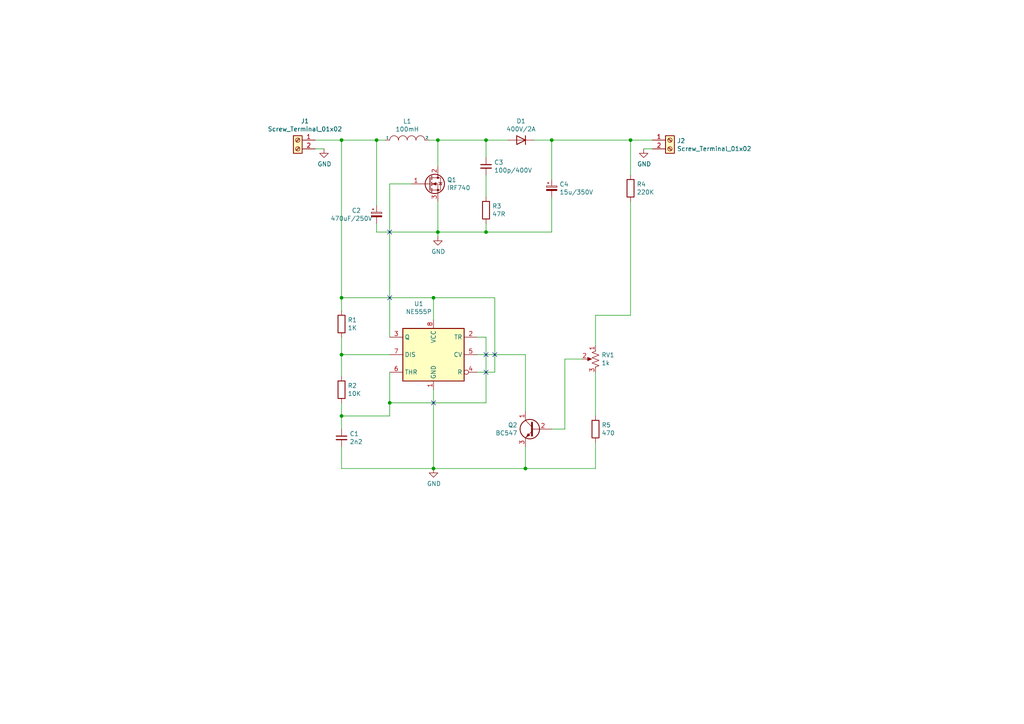
<source format=kicad_sch>
(kicad_sch (version 20211123) (generator eeschema)
  (paper "A4")
  (lib_symbols
    (symbol "Connector:Screw_Terminal_01x02" (pin_names (offset 1.016) hide)
      (property "Reference" "J" (at 0 2.54 0))
      (property "Value" "Screw_Terminal_01x02" (at 0 -5.08 0))
      (symbol "Screw_Terminal_01x02_1_1"
        (rectangle (start -1.27 1.27) (end 1.27 -3.81) (stroke (width 0.254)) (fill (type background)))
        (circle (center 0 -2.54) (radius 0.635) (stroke (width 0.1524)))
        (polyline (pts (xy -0.5334 -2.2098) (xy 0.3302 -3.048)) (stroke (width 0.1524)))
        (polyline (pts (xy -0.5334 0.3302) (xy 0.3302 -0.508)) (stroke (width 0.1524)))
        (polyline (pts (xy -0.3556 -2.032) (xy 0.508 -2.8702)) (stroke (width 0.1524)))
        (polyline (pts (xy -0.3556 0.508) (xy 0.508 -0.3302)) (stroke (width 0.1524)))
        (circle (center 0 0) (radius 0.635) (stroke (width 0.1524)))
        (pin passive line (at -5.08 0 0) (length 3.81) (name "Pin_1") (number "1"))
        (pin passive line (at -5.08 -2.54 0) (length 3.81) (name "Pin_2") (number "2"))
      )
    )
    (symbol "Device:C_Small" (pin_numbers hide) (pin_names (offset 0.254) hide)
      (property "Reference" "C" (at 0.254 1.778 0))
      (property "Value" "C_Small" (at 0.254 -2.032 0))
      (symbol "C_Small_0_1"
        (polyline (pts (xy -1.524 -0.508) (xy 1.524 -0.508)) (stroke (width 0.3302)))
        (polyline (pts (xy -1.524 0.508) (xy 1.524 0.508)) (stroke (width 0.3048)))
      )
      (symbol "C_Small_1_1"
        (pin passive line (at 0 2.54 270) (length 2.032) (name "~") (number "1"))
        (pin passive line (at 0 -2.54 90) (length 2.032) (name "~") (number "2"))
      )
    )
    (symbol "Device:D" (pin_numbers hide) (pin_names (offset 1.016) hide)
      (property "Reference" "D" (at 0 2.54 0))
      (property "Value" "D" (at 0 -2.54 0))
      (symbol "D_0_1"
        (polyline (pts (xy -1.27 1.27) (xy -1.27 -1.27)) (stroke (width 0.254)))
        (polyline (pts (xy 1.27 0) (xy -1.27 0)))
        (polyline (pts (xy 1.27 1.27) (xy 1.27 -1.27) (xy -1.27 0) (xy 1.27 1.27)) (stroke (width 0.254)))
      )
      (symbol "D_1_1"
        (pin passive line (at -3.81 0 0) (length 2.54) (name "K") (number "1"))
        (pin passive line (at 3.81 0 180) (length 2.54) (name "A") (number "2"))
      )
    )
    (symbol "Device:R" (pin_numbers hide) (pin_names (offset 0))
      (property "Reference" "R" (at 2.032 0 90))
      (property "Value" "R" (at 0 0 90))
      (symbol "R_0_1"
        (rectangle (start -1.016 -2.54) (end 1.016 2.54) (stroke (width 0.254)))
      )
      (symbol "R_1_1"
        (pin passive line (at 0 3.81 270) (length 1.27) (name "~") (number "1"))
        (pin passive line (at 0 -3.81 90) (length 1.27) (name "~") (number "2"))
      )
    )
    (symbol "Timer:NE555P"
      (property "Reference" "U" (at -10.16 8.89 0))
      (property "Value" "NE555P" (at 2.54 8.89 0))
      (symbol "NE555P_0_0"
        (pin power_in line (at 0 -10.16 90) (length 2.54) (name "GND") (number "1"))
        (pin power_in line (at 0 10.16 270) (length 2.54) (name "VCC") (number "8"))
      )
      (symbol "NE555P_0_1"
        (rectangle (start -8.89 -7.62) (end 8.89 7.62) (stroke (width 0.254)) (fill (type background)))
        (rectangle (start -8.89 -7.62) (end 8.89 7.62) (stroke (width 0.254)) (fill (type background)))
      )
      (symbol "NE555P_1_1"
        (pin input line (at -12.7 5.08 0) (length 3.81) (name "TR") (number "2"))
        (pin output line (at 12.7 5.08 180) (length 3.81) (name "Q") (number "3"))
        (pin input inverted (at -12.7 -5.08 0) (length 3.81) (name "R") (number "4"))
        (pin input line (at -12.7 0 0) (length 3.81) (name "CV") (number "5"))
        (pin input line (at 12.7 -5.08 180) (length 3.81) (name "THR") (number "6"))
        (pin input line (at 12.7 0 180) (length 3.81) (name "DIS") (number "7"))
      )
    )
    (symbol "Transistor_BJT:BC547" (pin_names (offset 0) hide)
      (property "Reference" "Q" (at 5.08 1.905 0))
      (property "Value" "BC547" (at 5.08 0 0))
      (symbol "BC547_0_1"
        (polyline (pts (xy 0 0) (xy 0.635 0)))
        (polyline (pts (xy 0.635 0.635) (xy 2.54 2.54)))
        (polyline (pts (xy 0.635 -0.635) (xy 2.54 -2.54) (xy 2.54 -2.54)))
        (polyline (pts (xy 0.635 1.905) (xy 0.635 -1.905) (xy 0.635 -1.905)) (stroke (width 0.508)))
        (polyline (pts (xy 1.27 -1.778) (xy 1.778 -1.27) (xy 2.286 -2.286) (xy 1.27 -1.778) (xy 1.27 -1.778)) (fill (type outline)))
        (circle (center 1.27 0) (radius 2.8194) (stroke (width 0.254)))
      )
      (symbol "BC547_1_1"
        (pin passive line (at 2.54 5.08 270) (length 2.54) (name "C") (number "1"))
        (pin input line (at -5.08 0 0) (length 5.08) (name "B") (number "2"))
        (pin passive line (at 2.54 -5.08 90) (length 2.54) (name "E") (number "3"))
      )
    )
    (symbol "Transistor_FET:IRF740" (pin_names hide)
      (property "Reference" "Q" (at 6.35 1.905 0))
      (property "Value" "IRF740" (at 6.35 0 0))
      (symbol "IRF740_0_1"
        (polyline (pts (xy 0.254 0) (xy -2.54 0)))
        (polyline (pts (xy 0.254 1.905) (xy 0.254 -1.905)) (stroke (width 0.254)))
        (polyline (pts (xy 0.762 -1.27) (xy 0.762 -2.286)) (stroke (width 0.254)))
        (polyline (pts (xy 0.762 0.508) (xy 0.762 -0.508)) (stroke (width 0.254)))
        (polyline (pts (xy 0.762 2.286) (xy 0.762 1.27)) (stroke (width 0.254)))
        (polyline (pts (xy 2.54 2.54) (xy 2.54 1.778)))
        (polyline (pts (xy 2.54 -2.54) (xy 2.54 0) (xy 0.762 0)))
        (polyline (pts (xy 0.762 -1.778) (xy 3.302 -1.778) (xy 3.302 1.778) (xy 0.762 1.778)))
        (polyline (pts (xy 1.016 0) (xy 2.032 0.381) (xy 2.032 -0.381) (xy 1.016 0)) (fill (type outline)))
        (polyline (pts (xy 2.794 0.508) (xy 2.921 0.381) (xy 3.683 0.381) (xy 3.81 0.254)))
        (polyline (pts (xy 3.302 0.381) (xy 2.921 -0.254) (xy 3.683 -0.254) (xy 3.302 0.381)))
        (circle (center 1.651 0) (radius 2.794) (stroke (width 0.254)))
        (circle (center 2.54 -1.778) (radius 0.254) (fill (type outline)))
        (circle (center 2.54 1.778) (radius 0.254) (fill (type outline)))
      )
      (symbol "IRF740_1_1"
        (pin input line (at -5.08 0 0) (length 2.54) (name "G") (number "1"))
        (pin passive line (at 2.54 5.08 270) (length 2.54) (name "D") (number "2"))
        (pin passive line (at 2.54 -5.08 90) (length 2.54) (name "S") (number "3"))
      )
    )
    (symbol "nixie_power-rescue:CP_Small-Device" (pin_numbers hide) (pin_names (offset 0.254) hide)
      (property "Reference" "C" (at 0.254 1.778 0))
      (property "Value" "CP_Small-Device" (at 0.254 -2.032 0))
      (symbol "CP_Small-Device_0_1"
        (rectangle (start -1.524 -0.3048) (end 1.524 -0.6858) (fill (type outline)))
        (rectangle (start -1.524 0.6858) (end 1.524 0.3048))
        (polyline (pts (xy -1.27 1.524) (xy -0.762 1.524)))
        (polyline (pts (xy -1.016 1.27) (xy -1.016 1.778)))
      )
      (symbol "CP_Small-Device_1_1"
        (pin passive line (at 0 2.54 270) (length 1.8542) (name "~") (number "1"))
        (pin passive line (at 0 -2.54 90) (length 1.8542) (name "~") (number "2"))
      )
    )
    (symbol "nixie_power-rescue:R_POT_US-Device" (pin_names (offset 1.016) hide)
      (property "Reference" "RV" (at -4.445 0 90))
      (property "Value" "R_POT_US-Device" (at -2.54 0 90))
      (symbol "R_POT_US-Device_0_1"
        (polyline (pts (xy 0 -2.286) (xy 0 -2.54)))
        (polyline (pts (xy 0 2.54) (xy 0 2.286)))
        (polyline (pts (xy 2.54 0) (xy 1.524 0)))
        (polyline (pts (xy 1.143 0) (xy 2.286 0.508) (xy 2.286 -0.508) (xy 1.143 0)) (fill (type outline)))
        (polyline (pts (xy 0 -0.762) (xy 1.016 -1.143) (xy 0 -1.524) (xy -1.016 -1.905) (xy 0 -2.286)))
        (polyline (pts (xy 0 0.762) (xy 1.016 0.381) (xy 0 0) (xy -1.016 -0.381) (xy 0 -0.762)))
        (polyline (pts (xy 0 2.286) (xy 1.016 1.905) (xy 0 1.524) (xy -1.016 1.143) (xy 0 0.762)))
      )
      (symbol "R_POT_US-Device_1_1"
        (pin passive line (at 0 3.81 270) (length 1.27) (name "1") (number "1"))
        (pin passive line (at 3.81 0 180) (length 1.27) (name "2") (number "2"))
        (pin passive line (at 0 -3.81 90) (length 1.27) (name "3") (number "3"))
      )
    )
    (symbol "power:GND" (power) (pin_names (offset 0))
      (property "Value" "GND" (at 0 -3.81 0))
      (symbol "GND_0_1"
        (polyline (pts (xy 0 0) (xy 0 -1.27) (xy 1.27 -1.27) (xy 0 -2.54) (xy -1.27 -1.27) (xy 0 -1.27)))
      )
      (symbol "GND_1_1"
        (pin power_in line (at 0 0 270) (length 0) hide (name "GND") (number "1"))
      )
    )
    (symbol "pspice:INDUCTOR" (pin_numbers hide) (pin_names (offset 0))
      (property "Reference" "L" (at 0 2.54 0))
      (property "Value" "INDUCTOR" (at 0 -1.27 0))
      (symbol "INDUCTOR_0_1"
        (arc (start -2.54 0) (mid -3.81 1.27) (end -5.08 0))
        (arc (start 0 0) (mid -1.27 1.27) (end -2.54 0))
        (arc (start 2.54 0) (mid 1.27 1.27) (end 0 0))
        (arc (start 5.08 0) (mid 3.81 1.27) (end 2.54 0))
      )
      (symbol "INDUCTOR_1_1"
        (pin input line (at -6.35 0 0) (length 1.27) (name "1") (number "1"))
        (pin input line (at 6.35 0 180) (length 1.27) (name "2") (number "2"))
      )
    )
  )
  (junction (at 152.4 135.89))
  (junction (at 99.06 86.36))
  (junction (at 99.06 102.87))
  (junction (at 125.73 86.36))
  (junction (at 182.88 40.64))
  (junction (at 140.97 40.64))
  (junction (at 127 67.31))
  (junction (at 99.06 120.65))
  (junction (at 109.22 40.64))
  (junction (at 125.73 135.89))
  (junction (at 99.06 40.64))
  (junction (at 127 40.64))
  (junction (at 113.03 116.84))
  (junction (at 160.02 40.64))
  (junction (at 140.97 67.31))
  (no_connect (at 113.03 67.31))
  (no_connect (at 125.73 116.84))
  (no_connect (at 140.97 107.95))
  (no_connect (at 143.51 102.87))
  (no_connect (at 140.97 102.87))
  (no_connect (at 113.03 86.36))
  (wire (pts (xy 127 67.31) (xy 127 68.58)))
  (wire (pts (xy 125.73 135.89) (xy 152.4 135.89)))
  (wire (pts (xy 127 40.64) (xy 140.97 40.64)))
  (wire (pts (xy 140.97 57.15) (xy 140.97 50.8)))
  (wire (pts (xy 99.06 109.22) (xy 99.06 102.87)))
  (wire (pts (xy 143.51 107.95) (xy 143.51 86.36)))
  (wire (pts (xy 163.83 124.46) (xy 160.02 124.46)))
  (wire (pts (xy 99.06 116.84) (xy 99.06 120.65)))
  (wire (pts (xy 152.4 129.54) (xy 152.4 135.89)))
  (wire (pts (xy 138.43 97.79) (xy 140.97 97.79)))
  (wire (pts (xy 172.72 107.95) (xy 172.72 120.65)))
  (wire (pts (xy 113.03 116.84) (xy 113.03 120.65)))
  (wire (pts (xy 172.72 91.44) (xy 172.72 100.33)))
  (wire (pts (xy 182.88 91.44) (xy 172.72 91.44)))
  (wire (pts (xy 127 48.26) (xy 127 40.64)))
  (wire (pts (xy 143.51 86.36) (xy 125.73 86.36)))
  (wire (pts (xy 189.23 40.64) (xy 182.88 40.64)))
  (wire (pts (xy 99.06 90.17) (xy 99.06 86.36)))
  (wire (pts (xy 99.06 120.65) (xy 99.06 124.46)))
  (wire (pts (xy 182.88 58.42) (xy 182.88 91.44)))
  (wire (pts (xy 125.73 113.03) (xy 125.73 135.89)))
  (wire (pts (xy 113.03 97.79) (xy 113.03 53.34)))
  (wire (pts (xy 140.97 97.79) (xy 140.97 116.84)))
  (wire (pts (xy 160.02 40.64) (xy 182.88 40.64)))
  (wire (pts (xy 99.06 97.79) (xy 99.06 102.87)))
  (wire (pts (xy 182.88 40.64) (xy 182.88 50.8)))
  (wire (pts (xy 140.97 64.77) (xy 140.97 67.31)))
  (wire (pts (xy 140.97 40.64) (xy 140.97 45.72)))
  (wire (pts (xy 113.03 107.95) (xy 113.03 116.84)))
  (wire (pts (xy 109.22 67.31) (xy 127 67.31)))
  (wire (pts (xy 113.03 120.65) (xy 99.06 120.65)))
  (wire (pts (xy 172.72 128.27) (xy 172.72 135.89)))
  (wire (pts (xy 109.22 59.69) (xy 109.22 40.64)))
  (wire (pts (xy 160.02 40.64) (xy 160.02 52.07)))
  (wire (pts (xy 91.44 43.18) (xy 93.98 43.18)))
  (wire (pts (xy 160.02 57.15) (xy 160.02 67.31)))
  (wire (pts (xy 138.43 102.87) (xy 152.4 102.87)))
  (wire (pts (xy 154.94 40.64) (xy 160.02 40.64)))
  (wire (pts (xy 125.73 92.71) (xy 125.73 86.36)))
  (wire (pts (xy 127 58.42) (xy 127 67.31)))
  (wire (pts (xy 152.4 102.87) (xy 152.4 119.38)))
  (wire (pts (xy 140.97 67.31) (xy 127 67.31)))
  (wire (pts (xy 160.02 67.31) (xy 140.97 67.31)))
  (wire (pts (xy 140.97 116.84) (xy 113.03 116.84)))
  (wire (pts (xy 99.06 86.36) (xy 125.73 86.36)))
  (wire (pts (xy 99.06 40.64) (xy 99.06 86.36)))
  (wire (pts (xy 91.44 40.64) (xy 99.06 40.64)))
  (wire (pts (xy 99.06 129.54) (xy 99.06 135.89)))
  (wire (pts (xy 109.22 64.77) (xy 109.22 67.31)))
  (wire (pts (xy 113.03 53.34) (xy 119.38 53.34)))
  (wire (pts (xy 168.91 104.14) (xy 163.83 104.14)))
  (wire (pts (xy 189.23 43.18) (xy 186.69 43.18)))
  (wire (pts (xy 147.32 40.64) (xy 140.97 40.64)))
  (wire (pts (xy 99.06 40.64) (xy 109.22 40.64)))
  (wire (pts (xy 99.06 102.87) (xy 113.03 102.87)))
  (wire (pts (xy 99.06 135.89) (xy 125.73 135.89)))
  (wire (pts (xy 111.76 40.64) (xy 109.22 40.64)))
  (wire (pts (xy 124.46 40.64) (xy 127 40.64)))
  (wire (pts (xy 163.83 104.14) (xy 163.83 124.46)))
  (wire (pts (xy 138.43 107.95) (xy 143.51 107.95)))
  (wire (pts (xy 172.72 135.89) (xy 152.4 135.89)))
  (symbol (lib_id "Timer:NE555P") (at 125.73 102.87 0) (mirror y) (unit 1)
    (property "Reference" "U1" (at 121.4628 88.1126 0))
    (property "Value" "NE555P" (at 121.4628 90.424 0))
    (property "Footprint" "Package_DIP:DIP-8_W7.62mm" (effects hide))
    (property "Datasheet" "http://www.ti.com/lit/ds/symlink/ne555.pdf" (effects hide))
  )
  (symbol (lib_id "Device:R") (at 140.97 60.96 0) (unit 1)
    (property "Reference" "R3" (at 142.748 59.7916 0) (effects (justify left)))
    (property "Value" "47R" (at 142.748 62.103 0) (effects (justify left)))
    (property "Footprint" "Resistor_THT:R_Axial_DIN0207_L6.3mm_D2.5mm_P10.16mm_Horizontal" (effects hide))
  )
  (symbol (lib_id "Device:R") (at 182.88 54.61 0) (unit 1)
    (property "Reference" "R4" (at 184.658 53.4416 0) (effects (justify left)))
    (property "Value" "220K" (at 184.658 55.753 0) (effects (justify left)))
    (property "Footprint" "Resistor_THT:R_Axial_DIN0207_L6.3mm_D2.5mm_P10.16mm_Horizontal" (effects hide))
  )
  (symbol (lib_id "Device:R") (at 99.06 93.98 0) (unit 1)
    (property "Reference" "R1" (at 100.838 92.8116 0) (effects (justify left)))
    (property "Value" "1K" (at 100.838 95.123 0) (effects (justify left)))
    (property "Footprint" "Resistor_THT:R_Axial_DIN0207_L6.3mm_D2.5mm_P10.16mm_Horizontal" (effects hide))
  )
  (symbol (lib_id "power:GND") (at 125.73 135.89 0) (unit 1)
    (property "Reference" "#PWR03" (effects hide))
    (property "Value" "GND" (at 125.857 140.2842 0))
  )
  (symbol (lib_id "Device:R") (at 99.06 113.03 0) (unit 1)
    (property "Reference" "R2" (at 100.838 111.8616 0) (effects (justify left)))
    (property "Value" "10K" (at 100.838 114.173 0) (effects (justify left)))
    (property "Footprint" "Resistor_THT:R_Axial_DIN0207_L6.3mm_D2.5mm_P10.16mm_Horizontal" (effects hide))
  )
  (symbol (lib_id "Transistor_FET:IRF740") (at 124.46 53.34 0) (unit 1)
    (property "Reference" "Q1" (at 129.6416 52.1716 0) (effects (justify left)))
    (property "Value" "IRF740" (at 129.6416 54.483 0) (effects (justify left)))
    (property "Footprint" "Package_TO_SOT_THT:TO-220-3_Vertical" (effects hide))
    (property "Datasheet" "http://www.vishay.com/docs/91054/91054.pdf" (effects hide))
  )
  (symbol (lib_id "nixie_power-rescue:CP_Small-Device") (at 109.22 62.23 0) (unit 1)
    (property "Reference" "C2" (at 102.0064 61.0616 0) (effects (justify left)))
    (property "Value" "470uF/250V" (at 108.0008 63.373 0) (effects (justify right)))
    (property "Footprint" "Capacitor_THT:CP_Radial_D10.0mm_P5.00mm" (effects hide))
  )
  (symbol (lib_id "Device:C_Small") (at 140.97 48.26 0) (unit 1)
    (property "Reference" "C3" (at 143.3068 47.0916 0) (effects (justify left)))
    (property "Value" "100p/400V" (at 143.3068 49.403 0) (effects (justify left)))
    (property "Footprint" "Capacitor_THT:C_Disc_D10.5mm_W5.0mm_P10.00mm" (effects hide))
  )
  (symbol (lib_id "Device:D") (at 151.13 40.64 0) (mirror y) (unit 1)
    (property "Reference" "D1" (at 151.13 35.1282 0))
    (property "Value" "400V/2A" (at 151.13 37.4396 0))
    (property "Footprint" "Diode_THT:D_DO-27_P12.70mm_Horizontal" (effects hide))
  )
  (symbol (lib_id "nixie_power-rescue:CP_Small-Device") (at 160.02 54.61 0) (unit 1)
    (property "Reference" "C4" (at 162.2552 53.4416 0) (effects (justify left)))
    (property "Value" "15u/350V" (at 162.2552 55.753 0) (effects (justify left)))
    (property "Footprint" "Capacitor_THT:CP_Radial_D13.0mm_P7.50mm" (effects hide))
  )
  (symbol (lib_id "Device:C_Small") (at 99.06 127 0) (unit 1)
    (property "Reference" "C1" (at 101.3968 125.8316 0) (effects (justify left)))
    (property "Value" "2n2" (at 101.3968 128.143 0) (effects (justify left)))
    (property "Footprint" "Capacitor_THT:C_Disc_D7.5mm_W2.5mm_P5.00mm" (effects hide))
  )
  (symbol (lib_id "Transistor_BJT:BC547") (at 154.94 124.46 0) (mirror y) (unit 1)
    (property "Reference" "Q2" (at 150.0886 123.2916 0) (effects (justify left)))
    (property "Value" "BC547" (at 150.0886 125.603 0) (effects (justify left)))
    (property "Footprint" "Package_TO_SOT_THT:TO-92_Inline" (effects hide))
    (property "Datasheet" "https://www.onsemi.com/pub/Collateral/BC550-D.pdf" (effects hide))
  )
  (symbol (lib_id "nixie_power-rescue:R_POT_US-Device") (at 172.72 104.14 0) (mirror y) (unit 1)
    (property "Reference" "RV1" (at 174.4472 102.9716 0) (effects (justify right)))
    (property "Value" "1k" (at 174.4472 105.283 0) (effects (justify right)))
    (property "Footprint" "Potentiometer_THT:Potentiometer_Piher_PT-10-V10_Vertical" (effects hide))
  )
  (symbol (lib_id "power:GND") (at 127 68.58 0) (unit 1)
    (property "Reference" "#PWR04" (effects hide))
    (property "Value" "GND" (at 127.127 72.9742 0))
  )
  (symbol (lib_id "pspice:INDUCTOR") (at 118.11 40.64 0) (unit 1)
    (property "Reference" "L1" (at 118.11 35.179 0))
    (property "Value" "100mH" (at 118.11 37.4904 0))
    (property "Footprint" "Inductor_THT:L_Toroid_Vertical_L14.7mm_W8.6mm_P5.58mm_Pulse_KM-1" (effects hide))
  )
  (symbol (lib_id "Device:R") (at 172.72 124.46 0) (unit 1)
    (property "Reference" "R5" (at 174.498 123.2916 0) (effects (justify left)))
    (property "Value" "470" (at 174.498 125.603 0) (effects (justify left)))
    (property "Footprint" "Resistor_THT:R_Axial_DIN0207_L6.3mm_D2.5mm_P10.16mm_Horizontal" (effects hide))
  )
  (symbol (lib_id "Connector:Screw_Terminal_01x02") (at 194.31 40.64 0) (unit 1)
    (property "Reference" "J2" (at 196.342 40.8432 0) (effects (justify left)))
    (property "Value" "Screw_Terminal_01x02" (at 196.342 43.1546 0) (effects (justify left)))
    (property "Footprint" "TerminalBlock:TerminalBlock_bornier-2_P5.08mm" (effects hide))
  )
  (symbol (lib_id "Connector:Screw_Terminal_01x02") (at 86.36 40.64 0) (mirror y) (unit 1)
    (property "Reference" "J1" (at 88.4428 35.1282 0))
    (property "Value" "Screw_Terminal_01x02" (at 88.4428 37.4396 0))
    (property "Footprint" "TerminalBlock:TerminalBlock_bornier-2_P5.08mm" (effects hide))
  )
  (symbol (lib_id "power:GND") (at 93.98 43.18 0) (unit 1)
    (property "Reference" "#PWR0101" (effects hide))
    (property "Value" "GND" (at 94.107 47.5742 0))
  )
  (symbol (lib_id "power:GND") (at 186.69 43.18 0) (unit 1)
    (property "Reference" "#PWR0102" (effects hide))
    (property "Value" "GND" (at 186.817 47.5742 0))
  )
)
</source>
